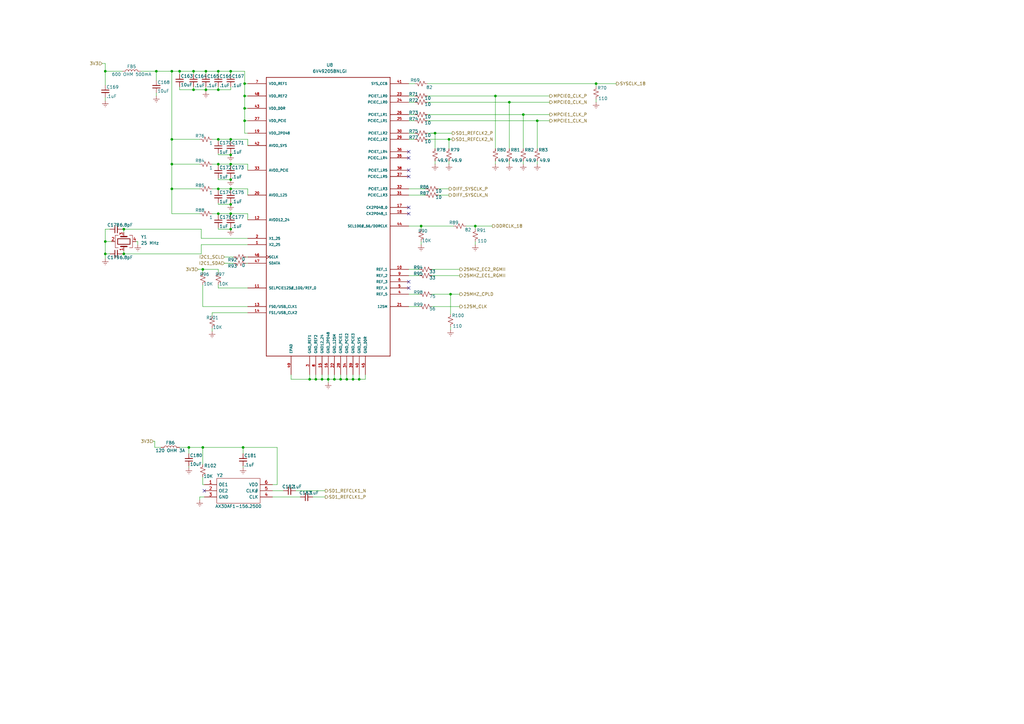
<source format=kicad_sch>
(kicad_sch (version 20200828) (generator eeschema)
  (page 4 11)
  (paper "A3")
  (lib_symbols
    (symbol "6V49205BNLGI:6V49205BNLGI" (pin_names (offset 1.016))
      (property "Reference" "U" (at -25.4254 59.1312 0))
      (property "Value" "6V49205BNLGI" (at -1.27 59.0804 0))
      (symbol "6V49205BNLGI_0_0"
        (polyline (pts (xy -25.4 58.42) (xy 25.4 58.42)) (stroke (width 0.254)))
        (polyline (pts (xy 25.4 58.42) (xy 25.4 -55.88)) (stroke (width 0.254)))
        (polyline (pts (xy 25.4 -55.88) (xy -25.4 -55.88)) (stroke (width 0.254)))
        (polyline (pts (xy -25.4 -55.88) (xy -25.4 58.42)) (stroke (width 0.254)))
        (pin output line (at -33.02 -10.16 0) (length 7.62) (name "X2_25") (number "1"))
        (pin input line (at -33.02 -7.62 0) (length 7.62) (name "X1_25") (number "2"))
        (pin power_in line (at -7.62 -63.5 90) (length 7.62) (name "GND_REF1") (number "3"))
        (pin output line (at 33.02 -30.48 180) (length 7.62) (name "REF_5") (number "4"))
        (pin output line (at 33.02 -27.94 180) (length 7.62) (name "REF_4") (number "5"))
        (pin output line (at 33.02 -25.4 180) (length 7.62) (name "REF_3") (number "6"))
        (pin power_in line (at -33.02 55.88 0) (length 7.62) (name "VDD_REF1") (number "7"))
        (pin power_in line (at -5.08 -63.5 90) (length 7.62) (name "GND_REF2") (number "8"))
        (pin output line (at 33.02 -22.86 180) (length 7.62) (name "REF_2") (number "9"))
        (pin output line (at 33.02 -20.32 180) (length 7.62) (name "REF_1") (number "10"))
        (pin bidirectional line (at -33.02 -27.94 0) (length 7.62) (name "SELPCIE125#_100/REF_0") (number "11"))
        (pin power_in line (at -33.02 0 0) (length 7.62) (name "AVDD12_24") (number "12"))
        (pin bidirectional line (at -33.02 -35.56 0) (length 7.62) (name "FS0/USB_CLK1") (number "13"))
        (pin bidirectional line (at -33.02 -38.1 0) (length 7.62) (name "FS1/USB_CLK2") (number "14"))
        (pin power_in line (at -2.54 -63.5 90) (length 7.62) (name "GND12_24") (number "15"))
        (pin power_in line (at 0 -63.5 90) (length 7.62) (name "GND_2P048") (number "16"))
        (pin output line (at 33.02 5.08 180) (length 7.62) (name "CK2P048_0") (number "17"))
        (pin output line (at 33.02 2.54 180) (length 7.62) (name "CK2P048_1") (number "18"))
        (pin power_in line (at -33.02 35.56 0) (length 7.62) (name "VDD_2P048") (number "19"))
        (pin power_in line (at -33.02 10.16 0) (length 7.62) (name "AVDD_125") (number "20"))
        (pin output line (at 33.02 -35.56 180) (length 7.62) (name "125M") (number "21"))
        (pin power_in line (at 2.54 -63.5 90) (length 7.62) (name "GND_125M") (number "22"))
        (pin output line (at 33.02 50.8 180) (length 7.62) (name "PCIET_LR0") (number "23"))
        (pin output line (at 33.02 48.26 180) (length 7.62) (name "PCIEC_LR0") (number "24"))
        (pin output line (at 33.02 40.64 180) (length 7.62) (name "PCIEC_LR1") (number "25"))
        (pin output line (at 33.02 43.18 180) (length 7.62) (name "PCIET_LR1") (number "26"))
        (pin power_in line (at -33.02 40.64 0) (length 7.62) (name "VDD_PCIE") (number "27"))
        (pin power_in line (at 5.08 -63.5 90) (length 7.62) (name "GND_PCIE1") (number "28"))
        (pin output line (at 33.02 33.02 180) (length 7.62) (name "PCIEC_LR2") (number "29"))
        (pin output line (at 33.02 35.56 180) (length 7.62) (name "PCIET_LR2") (number "30"))
        (pin output line (at 33.02 10.16 180) (length 7.62) (name "PCIEC_LR3") (number "31"))
        (pin output line (at 33.02 12.7 180) (length 7.62) (name "PCIET_LR3") (number "32"))
        (pin power_in line (at -33.02 20.32 0) (length 7.62) (name "AVDD_PCIE") (number "33"))
        (pin power_in line (at 7.62 -63.5 90) (length 7.62) (name "GND_PCIE2") (number "34"))
        (pin output line (at 33.02 25.4 180) (length 7.62) (name "PCIEC_LR4") (number "35"))
        (pin output line (at 33.02 27.94 180) (length 7.62) (name "PCIET_LR4") (number "36"))
        (pin output line (at 33.02 17.78 180) (length 7.62) (name "PCIEC_LR5") (number "37"))
        (pin output line (at 33.02 20.32 180) (length 7.62) (name "PCIET_LR5") (number "38"))
        (pin power_in line (at 10.16 -63.5 90) (length 7.62) (name "GND_PCIE3") (number "39"))
        (pin power_in line (at 12.7 -63.5 90) (length 7.62) (name "GND_SYS") (number "40"))
        (pin output line (at 33.02 55.88 180) (length 7.62) (name "SYS_CCB") (number "41"))
        (pin power_in line (at -33.02 30.48 0) (length 7.62) (name "AVDD_SYS") (number "42"))
        (pin power_in line (at -33.02 45.72 0) (length 7.62) (name "VDD_DDR") (number "43"))
        (pin bidirectional line (at 33.02 -2.54 180) (length 7.62) (name "SEL100#_66/DDRCLK") (number "44"))
        (pin power_in line (at 15.24 -63.5 90) (length 7.62) (name "GND_DDR") (number "45"))
        (pin input clock (at -33.02 -15.24 0) (length 7.62) (name "SCLK") (number "46"))
        (pin bidirectional line (at -33.02 -17.78 0) (length 7.62) (name "SDATA") (number "47"))
        (pin power_in line (at -33.02 50.8 0) (length 7.62) (name "VDD_REF2") (number "48"))
        (pin passive line (at -15.24 -63.5 90) (length 7.62) (name "EPAD") (number "49"))
      )
    )
    (symbol "AP2100-rescue:GND-Scott" (power) (pin_names (offset 0))
      (property "Value" "GND-Scott" (at 0 -3.81 0))
      (symbol "GND-Scott_1_1"
        (polyline (pts (xy -0.635 -1.905) (xy 0.635 -1.905)))
        (polyline (pts (xy -0.127 -2.54) (xy 0.127 -2.54)))
        (polyline (pts (xy 0 -1.27) (xy 0 0)))
        (polyline (pts (xy 1.27 -1.27) (xy -1.27 -1.27)))
        (pin power_in line (at 0 0 270) (length 0) hide (name "GND") (number "1"))
      )
    )
    (symbol "AX3DCF1-156.2500:AX3DCF1-156.2500" (pin_names (offset 0.762))
      (property "Reference" "Y" (at 24.13 7.62 0))
      (property "Value" "AX3DCF1-156.2500" (at 24.13 5.08 0))
      (symbol "AX3DCF1-156.2500_0_1"
        (polyline (pts (xy 5.08 2.54) (xy 22.86 2.54) (xy 22.86 -7.62) (xy 5.08 -7.62) (xy 5.08 2.54)) (stroke (width 0.1524)))
      )
      (symbol "AX3DCF1-156.2500_0_0"
        (pin input line (at 0 0 0) (length 5.08) (name "OE1") (number "1"))
        (pin input line (at 0 -2.54 0) (length 5.08) (name "OE2") (number "2"))
        (pin power_in line (at 0 -5.08 0) (length 5.08) (name "GND") (number "3"))
        (pin output line (at 27.94 -5.08 180) (length 5.08) (name "CLK") (number "4"))
        (pin output line (at 27.94 -2.54 180) (length 5.08) (name "CLK#") (number "5"))
        (pin power_in line (at 27.94 0 180) (length 5.08) (name "VDD") (number "6"))
      )
    )
    (symbol "Device:C_Small" (pin_numbers hide) (pin_names (offset 0.254) hide)
      (property "Reference" "C" (at 0.254 1.778 0))
      (property "Value" "C_Small" (at 0.254 -2.032 0))
      (symbol "C_Small_0_1"
        (polyline (pts (xy -1.524 -0.508) (xy 1.524 -0.508)) (stroke (width 0.3302)))
        (polyline (pts (xy -1.524 0.508) (xy 1.524 0.508)) (stroke (width 0.3048)))
      )
      (symbol "C_Small_1_1"
        (pin passive line (at 0 2.54 270) (length 2.032) (name "~") (number "1"))
        (pin passive line (at 0 -2.54 90) (length 2.032) (name "~") (number "2"))
      )
    )
    (symbol "Device:Crystal_GND24" (pin_names (offset 1.016) hide)
      (property "Reference" "Y" (at 3.175 5.08 0))
      (property "Value" "Crystal_GND24" (at 3.175 3.175 0))
      (symbol "Crystal_GND24_0_1"
        (rectangle (start -1.143 2.54) (end 1.143 -2.54) (stroke (width 0.3048)))
        (polyline (pts (xy -2.54 0) (xy -2.032 0)))
        (polyline (pts (xy -2.032 -1.27) (xy -2.032 1.27)) (stroke (width 0.508)))
        (polyline (pts (xy 0 -3.81) (xy 0 -3.556)))
        (polyline (pts (xy 0 3.556) (xy 0 3.81)))
        (polyline (pts (xy 2.032 -1.27) (xy 2.032 1.27)) (stroke (width 0.508)))
        (polyline (pts (xy 2.032 0) (xy 2.54 0)))
        (polyline (pts (xy -2.54 -2.286) (xy -2.54 -3.556) (xy 2.54 -3.556) (xy 2.54 -2.286)))
        (polyline (pts (xy -2.54 2.286) (xy -2.54 3.556) (xy 2.54 3.556) (xy 2.54 2.286)))
      )
      (symbol "Crystal_GND24_1_1"
        (pin passive line (at -3.81 0 0) (length 1.27) (name "1") (number "1"))
        (pin passive line (at 0 5.08 270) (length 1.27) (name "2") (number "2"))
        (pin passive line (at 3.81 0 180) (length 1.27) (name "3") (number "3"))
        (pin passive line (at 0 -5.08 90) (length 1.27) (name "4") (number "4"))
      )
    )
    (symbol "Device:L" (pin_numbers hide) (pin_names hide)
      (property "Reference" "L" (at -1.27 0 90))
      (property "Value" "L" (at 1.905 0 90))
      (symbol "L_0_1"
        (arc (start 0 -2.54) (end 0 -1.27) (radius (at 0 -1.905) (length 0.635) (angles -89.9 89.9)))
        (arc (start 0 -1.27) (end 0 0) (radius (at 0 -0.635) (length 0.635) (angles -89.9 89.9)))
        (arc (start 0 0) (end 0 1.27) (radius (at 0 0.635) (length 0.635) (angles -89.9 89.9)))
        (arc (start 0 1.27) (end 0 2.54) (radius (at 0 1.905) (length 0.635) (angles -89.9 89.9)))
      )
      (symbol "L_1_1"
        (pin passive line (at 0 3.81 270) (length 1.27) (name "1") (number "1"))
        (pin passive line (at 0 -3.81 90) (length 1.27) (name "2") (number "2"))
      )
    )
    (symbol "Device:R_Small_US" (pin_numbers hide) (pin_names (offset 0.254) hide)
      (property "Reference" "R" (at 0.762 0.508 0))
      (property "Value" "R_Small_US" (at 0.762 -1.016 0))
      (symbol "R_Small_US_1_1"
        (polyline (pts (xy 0 0) (xy 1.016 -0.381) (xy 0 -0.762) (xy -1.016 -1.143) (xy 0 -1.524)))
        (polyline (pts (xy 0 1.524) (xy 1.016 1.143) (xy 0 0.762) (xy -1.016 0.381) (xy 0 0)))
        (pin passive line (at 0 2.54 270) (length 1.016) (name "~") (number "1"))
        (pin passive line (at 0 -2.54 90) (length 1.016) (name "~") (number "2"))
      )
    )
  )
  (junction (at 43.18 29.21) (diameter 0.9144))
  (junction (at 43.18 99.06) (diameter 0.9144))
  (junction (at 43.18 104.14) (diameter 0.9144))
  (junction (at 50.8 93.98) (diameter 0.9144))
  (junction (at 50.8 104.14) (diameter 0.9144))
  (junction (at 64.135 29.21) (diameter 0.9144))
  (junction (at 70.485 29.21) (diameter 0.9144))
  (junction (at 70.485 57.15) (diameter 0.9144))
  (junction (at 70.485 67.31) (diameter 0.9144))
  (junction (at 70.485 77.47) (diameter 0.9144))
  (junction (at 73.66 29.21) (diameter 0.9144))
  (junction (at 77.47 183.515) (diameter 0.9144))
  (junction (at 79.375 29.21) (diameter 0.9144))
  (junction (at 79.375 36.83) (diameter 0.9144))
  (junction (at 83.185 110.49) (diameter 0.9144))
  (junction (at 83.185 183.515) (diameter 0.9144))
  (junction (at 84.455 29.21) (diameter 0.9144))
  (junction (at 84.455 36.83) (diameter 0.9144))
  (junction (at 89.535 29.21) (diameter 0.9144))
  (junction (at 89.535 36.83) (diameter 0.9144))
  (junction (at 89.535 57.15) (diameter 0.9144))
  (junction (at 89.535 67.31) (diameter 0.9144))
  (junction (at 89.535 77.47) (diameter 0.9144))
  (junction (at 89.535 87.63) (diameter 0.9144))
  (junction (at 94.615 29.21) (diameter 0.9144))
  (junction (at 94.615 57.15) (diameter 0.9144))
  (junction (at 94.615 63.5) (diameter 0.9144))
  (junction (at 94.615 67.31) (diameter 0.9144))
  (junction (at 94.615 73.66) (diameter 0.9144))
  (junction (at 94.615 77.47) (diameter 0.9144))
  (junction (at 94.615 83.82) (diameter 0.9144))
  (junction (at 94.615 87.63) (diameter 0.9144))
  (junction (at 94.615 93.98) (diameter 0.9144))
  (junction (at 99.695 183.515) (diameter 0.9144))
  (junction (at 100.33 34.29) (diameter 0.9144))
  (junction (at 100.33 39.37) (diameter 0.9144))
  (junction (at 100.33 44.45) (diameter 0.9144))
  (junction (at 100.33 49.53) (diameter 0.9144))
  (junction (at 127 155.575) (diameter 0.9144))
  (junction (at 129.54 155.575) (diameter 0.9144))
  (junction (at 132.08 155.575) (diameter 0.9144))
  (junction (at 134.62 155.575) (diameter 0.9144))
  (junction (at 137.16 155.575) (diameter 0.9144))
  (junction (at 139.7 155.575) (diameter 0.9144))
  (junction (at 142.24 155.575) (diameter 0.9144))
  (junction (at 144.78 155.575) (diameter 0.9144))
  (junction (at 147.32 155.575) (diameter 0.9144))
  (junction (at 172.72 92.71) (diameter 0.9144))
  (junction (at 178.435 54.61) (diameter 0.9144))
  (junction (at 184.15 57.15) (diameter 0.9144))
  (junction (at 184.785 120.65) (diameter 0.9144))
  (junction (at 194.945 92.71) (diameter 0.9144))
  (junction (at 203.2 39.37) (diameter 0.9144))
  (junction (at 208.915 41.91) (diameter 0.9144))
  (junction (at 214.63 46.99) (diameter 0.9144))
  (junction (at 220.345 49.53) (diameter 0.9144))
  (junction (at 244.475 34.29) (diameter 0.9144))
  (no_connect (at 167.64 72.39))
  (no_connect (at 167.64 87.63))
  (no_connect (at 167.64 85.09))
  (no_connect (at 167.64 69.85))
  (no_connect (at 83.82 201.295))
  (no_connect (at 167.64 64.77))
  (no_connect (at 167.64 62.23))
  (no_connect (at 167.64 118.11))
  (no_connect (at 167.64 115.57))
  (wire (pts (xy 41.91 26.035) (xy 43.18 26.035)))
  (wire (pts (xy 43.18 26.035) (xy 43.18 29.21)))
  (wire (pts (xy 43.18 29.21) (xy 43.18 34.925)))
  (wire (pts (xy 43.18 40.005) (xy 43.18 41.275)))
  (wire (pts (xy 43.18 93.98) (xy 43.18 99.06)))
  (wire (pts (xy 43.18 99.06) (xy 43.18 104.14)))
  (wire (pts (xy 43.18 99.06) (xy 45.72 99.06)))
  (wire (pts (xy 43.18 104.14) (xy 43.18 106.045)))
  (wire (pts (xy 43.18 104.14) (xy 45.085 104.14)))
  (wire (pts (xy 45.085 93.98) (xy 43.18 93.98)))
  (wire (pts (xy 50.165 29.21) (xy 43.18 29.21)))
  (wire (pts (xy 50.165 93.98) (xy 50.8 93.98)))
  (wire (pts (xy 50.165 104.14) (xy 50.8 104.14)))
  (wire (pts (xy 50.8 93.98) (xy 82.55 93.98)))
  (wire (pts (xy 50.8 95.25) (xy 50.8 93.98)))
  (wire (pts (xy 50.8 104.14) (xy 50.8 102.87)))
  (wire (pts (xy 56.515 99.06) (xy 55.88 99.06)))
  (wire (pts (xy 56.515 100.33) (xy 56.515 99.06)))
  (wire (pts (xy 57.785 29.21) (xy 64.135 29.21)))
  (wire (pts (xy 62.865 180.975) (xy 63.5 180.975)))
  (wire (pts (xy 63.5 180.975) (xy 63.5 183.515)))
  (wire (pts (xy 64.135 29.21) (xy 64.135 33.02)))
  (wire (pts (xy 64.135 38.1) (xy 64.135 39.37)))
  (wire (pts (xy 66.04 183.515) (xy 63.5 183.515)))
  (wire (pts (xy 70.485 29.21) (xy 64.135 29.21)))
  (wire (pts (xy 70.485 57.15) (xy 70.485 29.21)))
  (wire (pts (xy 70.485 57.15) (xy 81.915 57.15)))
  (wire (pts (xy 70.485 67.31) (xy 70.485 57.15)))
  (wire (pts (xy 70.485 67.31) (xy 81.915 67.31)))
  (wire (pts (xy 70.485 77.47) (xy 70.485 67.31)))
  (wire (pts (xy 70.485 77.47) (xy 81.915 77.47)))
  (wire (pts (xy 70.485 87.63) (xy 70.485 77.47)))
  (wire (pts (xy 73.66 29.21) (xy 70.485 29.21)))
  (wire (pts (xy 73.66 29.21) (xy 79.375 29.21)))
  (wire (pts (xy 73.66 30.48) (xy 73.66 29.21)))
  (wire (pts (xy 73.66 35.56) (xy 73.66 36.83)))
  (wire (pts (xy 73.66 36.83) (xy 79.375 36.83)))
  (wire (pts (xy 77.47 183.515) (xy 73.66 183.515)))
  (wire (pts (xy 77.47 183.515) (xy 77.47 186.055)))
  (wire (pts (xy 77.47 191.135) (xy 77.47 191.77)))
  (wire (pts (xy 79.375 29.21) (xy 79.375 30.48)))
  (wire (pts (xy 79.375 29.21) (xy 84.455 29.21)))
  (wire (pts (xy 79.375 35.56) (xy 79.375 36.83)))
  (wire (pts (xy 79.375 36.83) (xy 84.455 36.83)))
  (wire (pts (xy 81.28 110.49) (xy 83.185 110.49)))
  (wire (pts (xy 81.915 87.63) (xy 70.485 87.63)))
  (wire (pts (xy 81.915 203.835) (xy 81.915 205.105)))
  (wire (pts (xy 82.55 93.98) (xy 82.55 97.79)))
  (wire (pts (xy 82.55 97.79) (xy 101.6 97.79)))
  (wire (pts (xy 82.55 100.33) (xy 82.55 104.14)))
  (wire (pts (xy 82.55 104.14) (xy 50.8 104.14)))
  (wire (pts (xy 83.185 110.49) (xy 83.185 111.76)))
  (wire (pts (xy 83.185 110.49) (xy 89.535 110.49)))
  (wire (pts (xy 83.185 116.84) (xy 83.185 125.73)))
  (wire (pts (xy 83.185 125.73) (xy 101.6 125.73)))
  (wire (pts (xy 83.185 183.515) (xy 77.47 183.515)))
  (wire (pts (xy 83.185 183.515) (xy 83.185 190.5)))
  (wire (pts (xy 83.185 195.58) (xy 83.185 198.755)))
  (wire (pts (xy 83.185 198.755) (xy 83.82 198.755)))
  (wire (pts (xy 83.82 203.835) (xy 81.915 203.835)))
  (wire (pts (xy 84.455 29.21) (xy 84.455 30.48)))
  (wire (pts (xy 84.455 29.21) (xy 89.535 29.21)))
  (wire (pts (xy 84.455 35.56) (xy 84.455 36.83)))
  (wire (pts (xy 84.455 36.83) (xy 84.455 37.465)))
  (wire (pts (xy 86.995 128.27) (xy 86.995 129.54)))
  (wire (pts (xy 86.995 134.62) (xy 86.995 135.89)))
  (wire (pts (xy 89.535 29.21) (xy 89.535 30.48)))
  (wire (pts (xy 89.535 29.21) (xy 94.615 29.21)))
  (wire (pts (xy 89.535 35.56) (xy 89.535 36.83)))
  (wire (pts (xy 89.535 36.83) (xy 84.455 36.83)))
  (wire (pts (xy 89.535 36.83) (xy 94.615 36.83)))
  (wire (pts (xy 89.535 57.15) (xy 86.995 57.15)))
  (wire (pts (xy 89.535 57.15) (xy 89.535 57.785)))
  (wire (pts (xy 89.535 62.865) (xy 89.535 63.5)))
  (wire (pts (xy 89.535 63.5) (xy 94.615 63.5)))
  (wire (pts (xy 89.535 67.31) (xy 86.995 67.31)))
  (wire (pts (xy 89.535 67.31) (xy 89.535 67.945)))
  (wire (pts (xy 89.535 73.025) (xy 89.535 73.66)))
  (wire (pts (xy 89.535 73.66) (xy 94.615 73.66)))
  (wire (pts (xy 89.535 77.47) (xy 86.995 77.47)))
  (wire (pts (xy 89.535 77.47) (xy 89.535 78.105)))
  (wire (pts (xy 89.535 83.185) (xy 89.535 83.82)))
  (wire (pts (xy 89.535 83.82) (xy 94.615 83.82)))
  (wire (pts (xy 89.535 87.63) (xy 86.995 87.63)))
  (wire (pts (xy 89.535 87.63) (xy 89.535 88.265)))
  (wire (pts (xy 89.535 93.345) (xy 89.535 93.98)))
  (wire (pts (xy 89.535 93.98) (xy 94.615 93.98)))
  (wire (pts (xy 89.535 111.76) (xy 89.535 110.49)))
  (wire (pts (xy 89.535 118.11) (xy 89.535 116.84)))
  (wire (pts (xy 92.075 105.41) (xy 95.885 105.41)))
  (wire (pts (xy 92.075 107.95) (xy 95.885 107.95)))
  (wire (pts (xy 94.615 29.21) (xy 94.615 30.48)))
  (wire (pts (xy 94.615 29.21) (xy 100.33 29.21)))
  (wire (pts (xy 94.615 36.83) (xy 94.615 35.56)))
  (wire (pts (xy 94.615 57.15) (xy 89.535 57.15)))
  (wire (pts (xy 94.615 57.15) (xy 94.615 57.785)))
  (wire (pts (xy 94.615 62.865) (xy 94.615 63.5)))
  (wire (pts (xy 94.615 67.31) (xy 89.535 67.31)))
  (wire (pts (xy 94.615 67.31) (xy 94.615 67.945)))
  (wire (pts (xy 94.615 73.025) (xy 94.615 73.66)))
  (wire (pts (xy 94.615 77.47) (xy 89.535 77.47)))
  (wire (pts (xy 94.615 77.47) (xy 94.615 78.105)))
  (wire (pts (xy 94.615 83.185) (xy 94.615 83.82)))
  (wire (pts (xy 94.615 87.63) (xy 89.535 87.63)))
  (wire (pts (xy 94.615 87.63) (xy 94.615 88.265)))
  (wire (pts (xy 94.615 93.345) (xy 94.615 93.98)))
  (wire (pts (xy 99.695 183.515) (xy 83.185 183.515)))
  (wire (pts (xy 99.695 183.515) (xy 99.695 186.055)))
  (wire (pts (xy 99.695 191.135) (xy 99.695 191.77)))
  (wire (pts (xy 100.33 29.21) (xy 100.33 34.29)))
  (wire (pts (xy 100.33 34.29) (xy 100.33 39.37)))
  (wire (pts (xy 100.33 34.29) (xy 101.6 34.29)))
  (wire (pts (xy 100.33 39.37) (xy 100.33 44.45)))
  (wire (pts (xy 100.33 39.37) (xy 101.6 39.37)))
  (wire (pts (xy 100.33 44.45) (xy 100.33 49.53)))
  (wire (pts (xy 100.33 44.45) (xy 101.6 44.45)))
  (wire (pts (xy 100.33 49.53) (xy 100.33 54.61)))
  (wire (pts (xy 100.33 49.53) (xy 101.6 49.53)))
  (wire (pts (xy 100.33 54.61) (xy 101.6 54.61)))
  (wire (pts (xy 100.965 105.41) (xy 101.6 105.41)))
  (wire (pts (xy 100.965 107.95) (xy 101.6 107.95)))
  (wire (pts (xy 101.6 57.15) (xy 94.615 57.15)))
  (wire (pts (xy 101.6 57.15) (xy 101.6 59.69)))
  (wire (pts (xy 101.6 67.31) (xy 94.615 67.31)))
  (wire (pts (xy 101.6 67.31) (xy 101.6 69.85)))
  (wire (pts (xy 101.6 77.47) (xy 94.615 77.47)))
  (wire (pts (xy 101.6 77.47) (xy 101.6 80.01)))
  (wire (pts (xy 101.6 87.63) (xy 94.615 87.63)))
  (wire (pts (xy 101.6 87.63) (xy 101.6 90.17)))
  (wire (pts (xy 101.6 100.33) (xy 82.55 100.33)))
  (wire (pts (xy 101.6 118.11) (xy 89.535 118.11)))
  (wire (pts (xy 101.6 128.27) (xy 86.995 128.27)))
  (wire (pts (xy 111.76 198.755) (xy 113.665 198.755)))
  (wire (pts (xy 111.76 201.295) (xy 116.205 201.295)))
  (wire (pts (xy 111.76 203.835) (xy 123.19 203.835)))
  (wire (pts (xy 113.665 183.515) (xy 99.695 183.515)))
  (wire (pts (xy 113.665 198.755) (xy 113.665 183.515)))
  (wire (pts (xy 119.38 153.67) (xy 119.38 155.575)))
  (wire (pts (xy 119.38 155.575) (xy 127 155.575)))
  (wire (pts (xy 121.285 201.295) (xy 133.35 201.295)))
  (wire (pts (xy 127 153.67) (xy 127 155.575)))
  (wire (pts (xy 127 155.575) (xy 129.54 155.575)))
  (wire (pts (xy 128.27 203.835) (xy 133.35 203.835)))
  (wire (pts (xy 129.54 153.67) (xy 129.54 155.575)))
  (wire (pts (xy 129.54 155.575) (xy 132.08 155.575)))
  (wire (pts (xy 132.08 153.67) (xy 132.08 155.575)))
  (wire (pts (xy 132.08 155.575) (xy 134.62 155.575)))
  (wire (pts (xy 134.62 153.67) (xy 134.62 155.575)))
  (wire (pts (xy 134.62 155.575) (xy 134.62 156.845)))
  (wire (pts (xy 134.62 155.575) (xy 137.16 155.575)))
  (wire (pts (xy 137.16 153.67) (xy 137.16 155.575)))
  (wire (pts (xy 137.16 155.575) (xy 139.7 155.575)))
  (wire (pts (xy 139.7 153.67) (xy 139.7 155.575)))
  (wire (pts (xy 139.7 155.575) (xy 142.24 155.575)))
  (wire (pts (xy 142.24 153.67) (xy 142.24 155.575)))
  (wire (pts (xy 142.24 155.575) (xy 144.78 155.575)))
  (wire (pts (xy 144.78 153.67) (xy 144.78 155.575)))
  (wire (pts (xy 144.78 155.575) (xy 147.32 155.575)))
  (wire (pts (xy 147.32 153.67) (xy 147.32 155.575)))
  (wire (pts (xy 147.32 155.575) (xy 149.86 155.575)))
  (wire (pts (xy 149.86 155.575) (xy 149.86 153.67)))
  (wire (pts (xy 167.64 34.29) (xy 170.18 34.29)))
  (wire (pts (xy 167.64 39.37) (xy 170.18 39.37)))
  (wire (pts (xy 167.64 41.91) (xy 170.18 41.91)))
  (wire (pts (xy 167.64 46.99) (xy 170.18 46.99)))
  (wire (pts (xy 167.64 49.53) (xy 170.18 49.53)))
  (wire (pts (xy 167.64 54.61) (xy 170.18 54.61)))
  (wire (pts (xy 167.64 57.15) (xy 170.18 57.15)))
  (wire (pts (xy 167.64 77.47) (xy 174.625 77.47)))
  (wire (pts (xy 167.64 80.01) (xy 174.625 80.01)))
  (wire (pts (xy 167.64 92.71) (xy 172.72 92.71)))
  (wire (pts (xy 167.64 110.49) (xy 172.085 110.49)))
  (wire (pts (xy 167.64 113.03) (xy 172.085 113.03)))
  (wire (pts (xy 167.64 120.65) (xy 172.085 120.65)))
  (wire (pts (xy 167.64 125.73) (xy 172.085 125.73)))
  (wire (pts (xy 172.72 92.71) (xy 172.72 93.98)))
  (wire (pts (xy 172.72 92.71) (xy 186.055 92.71)))
  (wire (pts (xy 172.72 99.06) (xy 172.72 100.33)))
  (wire (pts (xy 175.26 34.29) (xy 244.475 34.29)))
  (wire (pts (xy 175.26 39.37) (xy 203.2 39.37)))
  (wire (pts (xy 175.26 41.91) (xy 208.915 41.91)))
  (wire (pts (xy 175.26 46.99) (xy 214.63 46.99)))
  (wire (pts (xy 175.26 49.53) (xy 220.345 49.53)))
  (wire (pts (xy 175.26 57.15) (xy 184.15 57.15)))
  (wire (pts (xy 176.53 54.61) (xy 178.435 54.61)))
  (wire (pts (xy 177.165 110.49) (xy 188.595 110.49)))
  (wire (pts (xy 177.165 113.03) (xy 188.595 113.03)))
  (wire (pts (xy 177.165 120.65) (xy 184.785 120.65)))
  (wire (pts (xy 177.165 125.73) (xy 188.595 125.73)))
  (wire (pts (xy 178.435 54.61) (xy 175.26 54.61)))
  (wire (pts (xy 178.435 54.61) (xy 178.435 60.96)))
  (wire (pts (xy 178.435 54.61) (xy 185.42 54.61)))
  (wire (pts (xy 178.435 66.04) (xy 178.435 67.31)))
  (wire (pts (xy 179.705 77.47) (xy 184.15 77.47)))
  (wire (pts (xy 179.705 80.01) (xy 184.15 80.01)))
  (wire (pts (xy 184.15 57.15) (xy 184.15 60.96)))
  (wire (pts (xy 184.15 57.15) (xy 185.42 57.15)))
  (wire (pts (xy 184.15 66.04) (xy 184.15 67.31)))
  (wire (pts (xy 184.785 120.65) (xy 184.785 128.905)))
  (wire (pts (xy 184.785 120.65) (xy 188.595 120.65)))
  (wire (pts (xy 184.785 133.985) (xy 184.785 135.255)))
  (wire (pts (xy 191.135 92.71) (xy 194.945 92.71)))
  (wire (pts (xy 194.945 92.71) (xy 194.945 93.98)))
  (wire (pts (xy 194.945 92.71) (xy 201.93 92.71)))
  (wire (pts (xy 194.945 99.06) (xy 194.945 100.33)))
  (wire (pts (xy 203.2 39.37) (xy 203.2 60.96)))
  (wire (pts (xy 203.2 39.37) (xy 225.425 39.37)))
  (wire (pts (xy 203.2 66.04) (xy 203.2 67.31)))
  (wire (pts (xy 208.915 41.91) (xy 208.915 60.96)))
  (wire (pts (xy 208.915 41.91) (xy 225.425 41.91)))
  (wire (pts (xy 208.915 66.04) (xy 208.915 67.31)))
  (wire (pts (xy 214.63 46.99) (xy 214.63 60.96)))
  (wire (pts (xy 214.63 46.99) (xy 225.425 46.99)))
  (wire (pts (xy 214.63 66.04) (xy 214.63 67.31)))
  (wire (pts (xy 220.345 49.53) (xy 220.345 60.96)))
  (wire (pts (xy 220.345 49.53) (xy 225.425 49.53)))
  (wire (pts (xy 220.345 66.04) (xy 220.345 67.31)))
  (wire (pts (xy 244.475 34.29) (xy 244.475 35.56)))
  (wire (pts (xy 244.475 34.29) (xy 252.73 34.29)))
  (wire (pts (xy 244.475 40.64) (xy 244.475 41.91)))
  (hierarchical_label "3V3" (shape input) (at 41.91 26.035 180))
  (hierarchical_label "3V3" (shape input) (at 62.865 180.975 180))
  (hierarchical_label "3V3" (shape input) (at 81.28 110.49 180))
  (hierarchical_label "I2C1_SCL" (shape input) (at 92.075 105.41 180))
  (hierarchical_label "I2C1_SDA" (shape input) (at 92.075 107.95 180))
  (hierarchical_label "SD1_REFCLK1_N" (shape output) (at 133.35 201.295 0))
  (hierarchical_label "SD1_REFCLK1_P" (shape output) (at 133.35 203.835 0))
  (hierarchical_label "DIFF_SYSCLK_P" (shape output) (at 184.15 77.47 0))
  (hierarchical_label "DIFF_SYSCLK_N" (shape output) (at 184.15 80.01 0))
  (hierarchical_label "SD1_REFCLK2_P" (shape output) (at 185.42 54.61 0))
  (hierarchical_label "SD1_REFCLK2_N" (shape output) (at 185.42 57.15 0))
  (hierarchical_label "25MHZ_EC2_RGMII" (shape output) (at 188.595 110.49 0))
  (hierarchical_label "25MHZ_EC1_RGMII" (shape output) (at 188.595 113.03 0))
  (hierarchical_label "25MHZ_CPLD" (shape output) (at 188.595 120.65 0))
  (hierarchical_label "125M_CLK" (shape output) (at 188.595 125.73 0))
  (hierarchical_label "DDRCLK_18" (shape output) (at 201.93 92.71 0))
  (hierarchical_label "MPCIE0_CLK_P" (shape output) (at 225.425 39.37 0))
  (hierarchical_label "MPCIE0_CLK_N" (shape output) (at 225.425 41.91 0))
  (hierarchical_label "MPCIE1_CLK_P" (shape output) (at 225.425 46.99 0))
  (hierarchical_label "MPCIE1_CLK_N" (shape output) (at 225.425 49.53 0))
  (hierarchical_label "SYSCLK_18" (shape output) (at 252.73 34.29 0))
  (symbol (lib_id "Device:L") (at 53.975 29.21 270) (mirror x) (unit 1)
    (property "Reference" "FB5" (at 53.975 27.305 90))
    (property "Value" "600 OHM 500mA" (at 53.975 30.48 90))
    (property "Footprint" "Inductor_SMD:L_0603_1608Metric" (effects hide))
    (property "Datasheet" "https://www.mouser.com/datasheet/2/281/c31e-794748.pdf" (effects hide))
    (property "PartsBoxID" "0603-600R-500mA" (effects hide))
  )
  (symbol (lib_id "Device:L") (at 69.85 183.515 90) (unit 1)
    (property "Reference" "FB6" (at 69.85 181.61 90))
    (property "Value" "120 OHM 3A" (at 69.85 184.785 90))
    (property "Footprint" "Inductor_SMD:L_0603_1608Metric" (effects hide))
    (property "PartsBoxID" "0603-120R-3A" (effects hide))
  )
  (symbol (lib_id "AP2100-rescue:GND-Scott") (at 43.18 41.275 0) (unit 1)
    (property "Reference" "#PWR0169" (effects hide))
    (property "Value" "GND" (effects hide))
  )
  (symbol (lib_id "AP2100-rescue:GND-Scott") (at 43.18 106.045 0) (unit 1)
    (property "Reference" "#PWR0170" (effects hide))
    (property "Value" "GND" (effects hide))
  )
  (symbol (lib_id "AP2100-rescue:GND-Scott") (at 56.515 100.33 0) (unit 1)
    (property "Reference" "#PWR0171" (effects hide))
    (property "Value" "GND" (effects hide))
  )
  (symbol (lib_id "AP2100-rescue:GND-Scott") (at 64.135 39.37 0) (unit 1)
    (property "Reference" "#PWR0168" (effects hide))
    (property "Value" "GND" (effects hide))
  )
  (symbol (lib_id "AP2100-rescue:GND-Scott") (at 77.47 191.77 0) (unit 1)
    (property "Reference" "#PWR0173" (effects hide))
    (property "Value" "GND" (effects hide))
  )
  (symbol (lib_id "AP2100-rescue:GND-Scott") (at 81.915 205.105 0) (unit 1)
    (property "Reference" "#PWR0176" (effects hide))
    (property "Value" "GND" (effects hide))
  )
  (symbol (lib_id "AP2100-rescue:GND-Scott") (at 84.455 37.465 0) (unit 1)
    (property "Reference" "#PWR0180" (effects hide))
    (property "Value" "GND" (effects hide))
  )
  (symbol (lib_id "AP2100-rescue:GND-Scott") (at 86.995 135.89 0) (unit 1)
    (property "Reference" "#PWR0172" (effects hide))
    (property "Value" "GND" (effects hide))
  )
  (symbol (lib_id "AP2100-rescue:GND-Scott") (at 94.615 63.5 0) (unit 1)
    (property "Reference" "#PWR0181" (effects hide))
    (property "Value" "GND" (effects hide))
  )
  (symbol (lib_id "AP2100-rescue:GND-Scott") (at 94.615 73.66 0) (unit 1)
    (property "Reference" "#PWR0183" (effects hide))
    (property "Value" "GND" (effects hide))
  )
  (symbol (lib_id "AP2100-rescue:GND-Scott") (at 94.615 83.82 0) (unit 1)
    (property "Reference" "#PWR0182" (effects hide))
    (property "Value" "GND" (effects hide))
  )
  (symbol (lib_id "AP2100-rescue:GND-Scott") (at 94.615 93.98 0) (unit 1)
    (property "Reference" "#PWR0191" (effects hide))
    (property "Value" "GND" (effects hide))
  )
  (symbol (lib_id "AP2100-rescue:GND-Scott") (at 99.695 191.77 0) (unit 1)
    (property "Reference" "#PWR0174" (effects hide))
    (property "Value" "GND" (effects hide))
  )
  (symbol (lib_id "AP2100-rescue:GND-Scott") (at 134.62 156.845 0) (unit 1)
    (property "Reference" "#PWR0175" (effects hide))
    (property "Value" "GND" (effects hide))
  )
  (symbol (lib_id "AP2100-rescue:GND-Scott") (at 172.72 100.33 0) (unit 1)
    (property "Reference" "#PWR0178" (effects hide))
    (property "Value" "GND" (effects hide))
  )
  (symbol (lib_id "AP2100-rescue:GND-Scott") (at 178.435 67.31 0) (unit 1)
    (property "Reference" "#PWR0184" (effects hide))
    (property "Value" "GND" (effects hide))
  )
  (symbol (lib_id "AP2100-rescue:GND-Scott") (at 184.15 67.31 0) (unit 1)
    (property "Reference" "#PWR0185" (effects hide))
    (property "Value" "GND" (effects hide))
  )
  (symbol (lib_id "AP2100-rescue:GND-Scott") (at 184.785 135.255 0) (unit 1)
    (property "Reference" "#PWR0177" (effects hide))
    (property "Value" "GND" (effects hide))
  )
  (symbol (lib_id "AP2100-rescue:GND-Scott") (at 194.945 100.33 0) (unit 1)
    (property "Reference" "#PWR0179" (effects hide))
    (property "Value" "GND" (effects hide))
  )
  (symbol (lib_id "AP2100-rescue:GND-Scott") (at 203.2 67.31 0) (unit 1)
    (property "Reference" "#PWR0187" (effects hide))
    (property "Value" "GND" (effects hide))
  )
  (symbol (lib_id "AP2100-rescue:GND-Scott") (at 208.915 67.31 0) (unit 1)
    (property "Reference" "#PWR0186" (effects hide))
    (property "Value" "GND" (effects hide))
  )
  (symbol (lib_id "AP2100-rescue:GND-Scott") (at 214.63 67.31 0) (unit 1)
    (property "Reference" "#PWR0188" (effects hide))
    (property "Value" "GND" (effects hide))
  )
  (symbol (lib_id "AP2100-rescue:GND-Scott") (at 220.345 67.31 0) (unit 1)
    (property "Reference" "#PWR0189" (effects hide))
    (property "Value" "GND" (effects hide))
  )
  (symbol (lib_id "AP2100-rescue:GND-Scott") (at 244.475 41.91 0) (unit 1)
    (property "Reference" "#PWR0190" (effects hide))
    (property "Value" "GND" (effects hide))
  )
  (symbol (lib_id "Device:R_Small_US") (at 83.185 114.3 0) (mirror y) (unit 1)
    (property "Reference" "R96" (at 85.852 112.522 0) (effects (justify left)))
    (property "Value" "10K" (at 87.376 116.459 0) (effects (justify left)))
    (property "Footprint" "Resistor_SMD:R_0402_1005Metric" (effects hide))
    (property "PartsBoxID" "0402-10K-1%" (effects hide))
  )
  (symbol (lib_id "Device:R_Small_US") (at 83.185 193.04 0) (mirror x) (unit 1)
    (property "Reference" "R102" (at 83.693 191.008 0) (effects (justify left)))
    (property "Value" "10K" (at 83.439 195.326 0) (effects (justify left)))
    (property "Footprint" "Resistor_SMD:R_0402_1005Metric" (effects hide))
    (property "PartsBoxID" "0402-10K-1%" (effects hide))
  )
  (symbol (lib_id "Device:R_Small_US") (at 84.455 57.15 90) (mirror x) (unit 1)
    (property "Reference" "R76" (at 83.947 55.753 90) (effects (justify left)))
    (property "Value" "1" (at 87.249 58.674 90) (effects (justify left)))
    (property "Footprint" "Resistor_SMD:R_0402_1005Metric" (effects hide))
    (property "PartsBoxID" "0402-1-1%" (effects hide))
  )
  (symbol (lib_id "Device:R_Small_US") (at 84.455 67.31 90) (mirror x) (unit 1)
    (property "Reference" "R84" (at 83.947 65.913 90) (effects (justify left)))
    (property "Value" "1" (at 87.249 68.834 90) (effects (justify left)))
    (property "Footprint" "Resistor_SMD:R_0402_1005Metric" (effects hide))
    (property "PartsBoxID" "0402-1-1%" (effects hide))
  )
  (symbol (lib_id "Device:R_Small_US") (at 84.455 77.47 90) (mirror x) (unit 1)
    (property "Reference" "R85" (at 83.947 76.073 90) (effects (justify left)))
    (property "Value" "1" (at 87.249 78.994 90) (effects (justify left)))
    (property "Footprint" "Resistor_SMD:R_0402_1005Metric" (effects hide))
    (property "PartsBoxID" "0402-1-1%" (effects hide))
  )
  (symbol (lib_id "Device:R_Small_US") (at 84.455 87.63 90) (mirror x) (unit 1)
    (property "Reference" "R88" (at 83.947 86.233 90) (effects (justify left)))
    (property "Value" "1" (at 87.249 89.154 90) (effects (justify left)))
    (property "Footprint" "Resistor_SMD:R_0402_1005Metric" (effects hide))
    (property "PartsBoxID" "0402-1-1%" (effects hide))
  )
  (symbol (lib_id "Device:R_Small_US") (at 86.995 132.08 0) (mirror y) (unit 1)
    (property "Reference" "R101" (at 89.662 130.302 0) (effects (justify left)))
    (property "Value" "10K" (at 91.186 134.239 0) (effects (justify left)))
    (property "Footprint" "Resistor_SMD:R_0402_1005Metric" (effects hide))
    (property "PartsBoxID" "0402-10K-1%" (effects hide))
  )
  (symbol (lib_id "Device:R_Small_US") (at 89.535 114.3 0) (mirror y) (unit 1)
    (property "Reference" "R97" (at 92.202 112.522 0) (effects (justify left)))
    (property "Value" "10K" (at 93.726 116.459 0) (effects (justify left)))
    (property "Footprint" "Resistor_SMD:R_0402_1005Metric" (effects hide))
    (property "PartsBoxID" "0402-10K-1%" (effects hide))
  )
  (symbol (lib_id "Device:R_Small_US") (at 98.425 105.41 90) (mirror x) (unit 1)
    (property "Reference" "R92" (at 97.282 106.553 90) (effects (justify left)))
    (property "Value" "0" (at 100.584 106.299 90) (effects (justify left)))
    (property "Footprint" "Resistor_SMD:R_0402_1005Metric" (effects hide))
    (property "PartsBoxID" "0402-0-1%" (effects hide))
  )
  (symbol (lib_id "Device:R_Small_US") (at 98.425 107.95 90) (mirror x) (unit 1)
    (property "Reference" "R93" (at 97.282 109.093 90) (effects (justify left)))
    (property "Value" "0" (at 100.584 108.839 90) (effects (justify left)))
    (property "Footprint" "Resistor_SMD:R_0402_1005Metric" (effects hide))
    (property "PartsBoxID" "0402-0-1%" (effects hide))
  )
  (symbol (lib_id "Device:R_Small_US") (at 172.72 34.29 90) (mirror x) (unit 1)
    (property "Reference" "R69" (at 172.212 32.893 90) (effects (justify left)))
    (property "Value" "82" (at 177.419 35.814 90) (effects (justify left)))
    (property "Footprint" "Resistor_SMD:R_0402_1005Metric" (effects hide))
    (property "PartsBoxID" "0402-82-1%" (effects hide))
  )
  (symbol (lib_id "Device:R_Small_US") (at 172.72 39.37 90) (mirror x) (unit 1)
    (property "Reference" "R71" (at 171.577 38.608 90) (effects (justify left)))
    (property "Value" "10" (at 176.784 40.259 90) (effects (justify left)))
    (property "Footprint" "Resistor_SMD:R_0402_1005Metric" (effects hide))
    (property "PartsBoxID" "0402-10-1%" (effects hide))
  )
  (symbol (lib_id "Device:R_Small_US") (at 172.72 41.91 90) (mirror x) (unit 1)
    (property "Reference" "R72" (at 171.577 41.148 90) (effects (justify left)))
    (property "Value" "10" (at 176.784 42.799 90) (effects (justify left)))
    (property "Footprint" "Resistor_SMD:R_0402_1005Metric" (effects hide))
    (property "PartsBoxID" "0402-10-1%" (effects hide))
  )
  (symbol (lib_id "Device:R_Small_US") (at 172.72 46.99 90) (mirror x) (unit 1)
    (property "Reference" "R73" (at 171.577 46.228 90) (effects (justify left)))
    (property "Value" "10" (at 176.784 47.879 90) (effects (justify left)))
    (property "Footprint" "Resistor_SMD:R_0402_1005Metric" (effects hide))
    (property "PartsBoxID" "0402-10-1%" (effects hide))
  )
  (symbol (lib_id "Device:R_Small_US") (at 172.72 49.53 90) (mirror x) (unit 1)
    (property "Reference" "R74" (at 171.577 48.768 90) (effects (justify left)))
    (property "Value" "10" (at 176.784 50.419 90) (effects (justify left)))
    (property "Footprint" "Resistor_SMD:R_0402_1005Metric" (effects hide))
    (property "PartsBoxID" "0402-10-1%" (effects hide))
  )
  (symbol (lib_id "Device:R_Small_US") (at 172.72 54.61 90) (mirror x) (unit 1)
    (property "Reference" "R75" (at 171.577 53.848 90) (effects (justify left)))
    (property "Value" "10" (at 176.784 55.499 90) (effects (justify left)))
    (property "Footprint" "Resistor_SMD:R_0402_1005Metric" (effects hide))
    (property "PartsBoxID" "0402-10-1%" (effects hide))
  )
  (symbol (lib_id "Device:R_Small_US") (at 172.72 57.15 90) (mirror x) (unit 1)
    (property "Reference" "R77" (at 171.577 56.388 90) (effects (justify left)))
    (property "Value" "10" (at 176.784 58.039 90) (effects (justify left)))
    (property "Footprint" "Resistor_SMD:R_0402_1005Metric" (effects hide))
    (property "PartsBoxID" "0402-10-1%" (effects hide))
  )
  (symbol (lib_id "Device:R_Small_US") (at 172.72 96.52 0) (mirror y) (unit 1)
    (property "Reference" "R90" (at 175.387 94.742 0) (effects (justify left)))
    (property "Value" "10K" (at 176.911 98.679 0) (effects (justify left)))
    (property "Footprint" "Resistor_SMD:R_0402_1005Metric" (effects hide))
    (property "PartsBoxID" "0402-10K-1%" (effects hide))
  )
  (symbol (lib_id "Device:R_Small_US") (at 174.625 110.49 90) (mirror x) (unit 1)
    (property "Reference" "R94" (at 173.482 109.728 90) (effects (justify left)))
    (property "Value" "33" (at 178.689 111.379 90) (effects (justify left)))
    (property "Footprint" "Resistor_SMD:R_0402_1005Metric" (effects hide))
    (property "PartsBoxID" "0402-33-1%" (effects hide))
  )
  (symbol (lib_id "Device:R_Small_US") (at 174.625 113.03 90) (mirror x) (unit 1)
    (property "Reference" "R95" (at 173.482 112.268 90) (effects (justify left)))
    (property "Value" "33" (at 178.689 113.919 90) (effects (justify left)))
    (property "Footprint" "Resistor_SMD:R_0402_1005Metric" (effects hide))
    (property "PartsBoxID" "0402-33-1%" (effects hide))
  )
  (symbol (lib_id "Device:R_Small_US") (at 174.625 120.65 90) (mirror x) (unit 1)
    (property "Reference" "R98" (at 173.482 119.888 90) (effects (justify left)))
    (property "Value" "75" (at 178.689 121.539 90) (effects (justify left)))
    (property "Footprint" "Resistor_SMD:R_0402_1005Metric" (effects hide))
    (property "PartsBoxID" "0402-75-1%" (effects hide))
  )
  (symbol (lib_id "Device:R_Small_US") (at 174.625 125.73 90) (mirror x) (unit 1)
    (property "Reference" "R99" (at 173.482 124.968 90) (effects (justify left)))
    (property "Value" "56" (at 178.689 126.619 90) (effects (justify left)))
    (property "Footprint" "Resistor_SMD:R_0402_1005Metric" (effects hide))
    (property "PartsBoxID" "0402-56-1%" (effects hide))
  )
  (symbol (lib_id "Device:R_Small_US") (at 177.165 77.47 90) (mirror x) (unit 1)
    (property "Reference" "R86" (at 176.022 76.708 90) (effects (justify left)))
    (property "Value" "10" (at 181.229 78.359 90) (effects (justify left)))
    (property "Footprint" "Resistor_SMD:R_0402_1005Metric" (effects hide))
    (property "PartsBoxID" "0402-10-1%" (effects hide))
  )
  (symbol (lib_id "Device:R_Small_US") (at 177.165 80.01 90) (mirror x) (unit 1)
    (property "Reference" "R87" (at 176.022 79.248 90) (effects (justify left)))
    (property "Value" "10" (at 181.229 80.899 90) (effects (justify left)))
    (property "Footprint" "Resistor_SMD:R_0402_1005Metric" (effects hide))
    (property "PartsBoxID" "0402-10-1%" (effects hide))
  )
  (symbol (lib_id "Device:R_Small_US") (at 178.435 63.5 0) (mirror x) (unit 1)
    (property "Reference" "R78" (at 178.943 61.468 0) (effects (justify left)))
    (property "Value" "49.9" (at 179.324 65.786 0) (effects (justify left)))
    (property "Footprint" "Resistor_SMD:R_0402_1005Metric" (effects hide))
    (property "PartsBoxID" "0402-49.9-1%" (effects hide))
  )
  (symbol (lib_id "Device:R_Small_US") (at 184.15 63.5 0) (mirror x) (unit 1)
    (property "Reference" "R79" (at 184.658 61.468 0) (effects (justify left)))
    (property "Value" "49.9" (at 185.039 65.786 0) (effects (justify left)))
    (property "Footprint" "Resistor_SMD:R_0402_1005Metric" (effects hide))
    (property "PartsBoxID" "0402-49.9-1%" (effects hide))
  )
  (symbol (lib_id "Device:R_Small_US") (at 184.785 131.445 0) (mirror x) (unit 1)
    (property "Reference" "R100" (at 185.293 129.413 0) (effects (justify left)))
    (property "Value" "110" (at 185.674 133.731 0) (effects (justify left)))
    (property "Footprint" "Resistor_SMD:R_0402_1005Metric" (effects hide))
    (property "PartsBoxID" "0402-110-1%" (effects hide))
  )
  (symbol (lib_id "Device:R_Small_US") (at 188.595 92.71 90) (mirror x) (unit 1)
    (property "Reference" "R89" (at 188.087 91.313 90) (effects (justify left)))
    (property "Value" "82" (at 193.294 94.234 90) (effects (justify left)))
    (property "Footprint" "Resistor_SMD:R_0402_1005Metric" (effects hide))
    (property "PartsBoxID" "0402-82-1%" (effects hide))
  )
  (symbol (lib_id "Device:R_Small_US") (at 194.945 96.52 0) (mirror x) (unit 1)
    (property "Reference" "R91" (at 195.453 94.488 0) (effects (justify left)))
    (property "Value" "110" (at 195.834 98.806 0) (effects (justify left)))
    (property "Footprint" "Resistor_SMD:R_0402_1005Metric" (effects hide))
    (property "PartsBoxID" "0402-110-1%" (effects hide))
  )
  (symbol (lib_id "Device:R_Small_US") (at 203.2 63.5 0) (mirror x) (unit 1)
    (property "Reference" "R80" (at 203.708 61.468 0) (effects (justify left)))
    (property "Value" "49.9" (at 204.089 65.786 0) (effects (justify left)))
    (property "Footprint" "Resistor_SMD:R_0402_1005Metric" (effects hide))
    (property "PartsBoxID" "0402-49.9-1%" (effects hide))
  )
  (symbol (lib_id "Device:R_Small_US") (at 208.915 63.5 0) (mirror x) (unit 1)
    (property "Reference" "R81" (at 209.423 61.468 0) (effects (justify left)))
    (property "Value" "49.9" (at 209.804 65.786 0) (effects (justify left)))
    (property "Footprint" "Resistor_SMD:R_0402_1005Metric" (effects hide))
    (property "PartsBoxID" "0402-49.9-1%" (effects hide))
  )
  (symbol (lib_id "Device:R_Small_US") (at 214.63 63.5 0) (mirror x) (unit 1)
    (property "Reference" "R82" (at 215.138 61.468 0) (effects (justify left)))
    (property "Value" "49.9" (at 215.519 65.786 0) (effects (justify left)))
    (property "Footprint" "Resistor_SMD:R_0402_1005Metric" (effects hide))
    (property "PartsBoxID" "0402-49.9-1%" (effects hide))
  )
  (symbol (lib_id "Device:R_Small_US") (at 220.345 63.5 0) (mirror x) (unit 1)
    (property "Reference" "R83" (at 220.853 61.468 0) (effects (justify left)))
    (property "Value" "49.9" (at 221.234 65.786 0) (effects (justify left)))
    (property "Footprint" "Resistor_SMD:R_0402_1005Metric" (effects hide))
    (property "PartsBoxID" "0402-49.9-1%" (effects hide))
  )
  (symbol (lib_id "Device:R_Small_US") (at 244.475 38.1 0) (mirror x) (unit 1)
    (property "Reference" "R70" (at 244.983 36.068 0) (effects (justify left)))
    (property "Value" "110" (at 245.364 40.386 0) (effects (justify left)))
    (property "Footprint" "Resistor_SMD:R_0402_1005Metric" (effects hide))
    (property "PartsBoxID" "0402-110-1%" (effects hide))
  )
  (symbol (lib_id "Device:C_Small") (at 43.18 37.465 0) (mirror y) (unit 1)
    (property "Reference" "C169" (at 43.6118 35.7124 0) (effects (justify right)))
    (property "Value" ".1uF" (at 43.6118 39.497 0) (effects (justify right)))
    (property "Footprint" "Capacitor_SMD:C_0402_1005Metric" (effects hide))
    (property "PartsBoxID" "0402-.1uF-X5R-25V" (effects hide))
    (property "MPN" "-" (effects hide))
    (property "SPR" "-" (effects hide))
    (property "SPN" "-" (effects hide))
    (property "SPURL" "-" (effects hide))
  )
  (symbol (lib_id "Device:C_Small") (at 47.625 93.98 90) (mirror x) (unit 1)
    (property "Reference" "C178" (at 43.9674 92.2782 90) (effects (justify right)))
    (property "Value" "6.8pF" (at 49.022 92.2782 90) (effects (justify right)))
    (property "Footprint" "Capacitor_SMD:C_0402_1005Metric" (effects hide))
    (property "PartsBoxID" "0402-6.8pF-X5R-25V" (effects hide))
    (property "MPN" "-" (effects hide))
    (property "SPR" "-" (effects hide))
    (property "SPN" "-" (effects hide))
    (property "SPURL" "-" (effects hide))
  )
  (symbol (lib_id "Device:C_Small") (at 47.625 104.14 90) (mirror x) (unit 1)
    (property "Reference" "C179" (at 43.9674 105.6132 90) (effects (justify right)))
    (property "Value" "6.8pF" (at 49.022 105.6132 90) (effects (justify right)))
    (property "Footprint" "Capacitor_SMD:C_0402_1005Metric" (effects hide))
    (property "PartsBoxID" "0402-6.8pF-X5R-25V" (effects hide))
    (property "MPN" "-" (effects hide))
    (property "SPR" "-" (effects hide))
    (property "SPN" "-" (effects hide))
    (property "SPURL" "-" (effects hide))
  )
  (symbol (lib_id "Device:C_Small") (at 64.135 35.56 180) (unit 1)
    (property "Reference" "C168" (at 64.5668 33.7566 0) (effects (justify right)))
    (property "Value" "10uF" (at 64.5668 37.338 0) (effects (justify right)))
    (property "Footprint" "Capacitor_SMD:C_0805_2012Metric" (effects hide))
    (property "PartsBoxID" "0805-10uF-X7R-25V" (effects hide))
    (property "MPN" "-" (effects hide))
    (property "SPR" "Capacitor_SMD:C_1210_3225Metric" (effects hide))
    (property "SPN" "22uF" (effects hide))
  )
  (symbol (lib_id "Device:C_Small") (at 73.66 33.02 180) (unit 1)
    (property "Reference" "C163" (at 74.0918 31.2166 0) (effects (justify right)))
    (property "Value" "10uF" (at 74.0918 34.798 0) (effects (justify right)))
    (property "Footprint" "Capacitor_SMD:C_0805_2012Metric" (effects hide))
    (property "PartsBoxID" "0805-10uF-X7R-25V" (effects hide))
    (property "MPN" "-" (effects hide))
    (property "SPR" "Capacitor_SMD:C_1210_3225Metric" (effects hide))
    (property "SPN" "22uF" (effects hide))
  )
  (symbol (lib_id "Device:C_Small") (at 77.47 188.595 180) (unit 1)
    (property "Reference" "C180" (at 77.9018 186.7916 0) (effects (justify right)))
    (property "Value" "10uF" (at 77.9018 190.373 0) (effects (justify right)))
    (property "Footprint" "Capacitor_SMD:C_0805_2012Metric" (effects hide))
    (property "PartsBoxID" "0805-10uF-X7R-25V" (effects hide))
    (property "MPN" "-" (effects hide))
    (property "SPR" "Capacitor_SMD:C_1210_3225Metric" (effects hide))
    (property "SPN" "22uF" (effects hide))
  )
  (symbol (lib_id "Device:C_Small") (at 79.375 33.02 0) (mirror y) (unit 1)
    (property "Reference" "C164" (at 79.8068 31.2674 0) (effects (justify right)))
    (property "Value" ".1uF" (at 79.8068 35.052 0) (effects (justify right)))
    (property "Footprint" "Capacitor_SMD:C_0402_1005Metric" (effects hide))
    (property "PartsBoxID" "0402-.1uF-X5R-25V" (effects hide))
    (property "MPN" "-" (effects hide))
    (property "SPR" "-" (effects hide))
    (property "SPN" "-" (effects hide))
    (property "SPURL" "-" (effects hide))
  )
  (symbol (lib_id "Device:C_Small") (at 84.455 33.02 0) (mirror y) (unit 1)
    (property "Reference" "C165" (at 84.8868 31.2674 0) (effects (justify right)))
    (property "Value" ".1uF" (at 84.8868 35.052 0) (effects (justify right)))
    (property "Footprint" "Capacitor_SMD:C_0402_1005Metric" (effects hide))
    (property "PartsBoxID" "0402-.1uF-X5R-25V" (effects hide))
    (property "MPN" "-" (effects hide))
    (property "SPR" "-" (effects hide))
    (property "SPN" "-" (effects hide))
    (property "SPURL" "-" (effects hide))
  )
  (symbol (lib_id "Device:C_Small") (at 89.535 33.02 0) (mirror y) (unit 1)
    (property "Reference" "C166" (at 89.9668 31.2674 0) (effects (justify right)))
    (property "Value" ".1uF" (at 89.9668 35.052 0) (effects (justify right)))
    (property "Footprint" "Capacitor_SMD:C_0402_1005Metric" (effects hide))
    (property "PartsBoxID" "0402-.1uF-X5R-25V" (effects hide))
    (property "MPN" "-" (effects hide))
    (property "SPR" "-" (effects hide))
    (property "SPN" "-" (effects hide))
    (property "SPURL" "-" (effects hide))
  )
  (symbol (lib_id "Device:C_Small") (at 89.535 60.325 0) (mirror y) (unit 1)
    (property "Reference" "C170" (at 89.9668 58.5724 0) (effects (justify right)))
    (property "Value" "1uF" (at 89.9668 62.357 0) (effects (justify right)))
    (property "Footprint" "Capacitor_SMD:C_0402_1005Metric" (effects hide))
    (property "PartsBoxID" "0402-1uF-X5R-25V" (effects hide))
    (property "MPN" "-" (effects hide))
    (property "SPR" "-" (effects hide))
    (property "SPN" "-" (effects hide))
    (property "SPURL" "-" (effects hide))
  )
  (symbol (lib_id "Device:C_Small") (at 89.535 70.485 0) (mirror y) (unit 1)
    (property "Reference" "C172" (at 89.9668 68.7324 0) (effects (justify right)))
    (property "Value" "1uF" (at 89.9668 72.517 0) (effects (justify right)))
    (property "Footprint" "Capacitor_SMD:C_0402_1005Metric" (effects hide))
    (property "PartsBoxID" "0402-1uF-X5R-25V" (effects hide))
    (property "MPN" "-" (effects hide))
    (property "SPR" "-" (effects hide))
    (property "SPN" "-" (effects hide))
    (property "SPURL" "-" (effects hide))
  )
  (symbol (lib_id "Device:C_Small") (at 89.535 80.645 0) (mirror y) (unit 1)
    (property "Reference" "C174" (at 89.9668 78.8924 0) (effects (justify right)))
    (property "Value" "1uF" (at 89.9668 82.677 0) (effects (justify right)))
    (property "Footprint" "Capacitor_SMD:C_0402_1005Metric" (effects hide))
    (property "PartsBoxID" "0402-1uF-X5R-25V" (effects hide))
    (property "MPN" "-" (effects hide))
    (property "SPR" "-" (effects hide))
    (property "SPN" "-" (effects hide))
    (property "SPURL" "-" (effects hide))
  )
  (symbol (lib_id "Device:C_Small") (at 89.535 90.805 0) (mirror y) (unit 1)
    (property "Reference" "C176" (at 89.9668 89.0524 0) (effects (justify right)))
    (property "Value" "1uF" (at 89.9668 92.837 0) (effects (justify right)))
    (property "Footprint" "Capacitor_SMD:C_0402_1005Metric" (effects hide))
    (property "PartsBoxID" "0402-1uF-X5R-25V" (effects hide))
    (property "MPN" "-" (effects hide))
    (property "SPR" "-" (effects hide))
    (property "SPN" "-" (effects hide))
    (property "SPURL" "-" (effects hide))
  )
  (symbol (lib_id "Device:C_Small") (at 94.615 33.02 0) (mirror y) (unit 1)
    (property "Reference" "C167" (at 95.0468 31.2674 0) (effects (justify right)))
    (property "Value" ".1uF" (at 95.0468 35.052 0) (effects (justify right)))
    (property "Footprint" "Capacitor_SMD:C_0402_1005Metric" (effects hide))
    (property "PartsBoxID" "0402-.1uF-X5R-25V" (effects hide))
    (property "MPN" "-" (effects hide))
    (property "SPR" "-" (effects hide))
    (property "SPN" "-" (effects hide))
    (property "SPURL" "-" (effects hide))
  )
  (symbol (lib_id "Device:C_Small") (at 94.615 60.325 0) (mirror y) (unit 1)
    (property "Reference" "C171" (at 95.0468 58.5724 0) (effects (justify right)))
    (property "Value" ".1uF" (at 95.0468 62.357 0) (effects (justify right)))
    (property "Footprint" "Capacitor_SMD:C_0402_1005Metric" (effects hide))
    (property "PartsBoxID" "0402-.1uF-X5R-25V" (effects hide))
    (property "MPN" "-" (effects hide))
    (property "SPR" "-" (effects hide))
    (property "SPN" "-" (effects hide))
    (property "SPURL" "-" (effects hide))
  )
  (symbol (lib_id "Device:C_Small") (at 94.615 70.485 0) (mirror y) (unit 1)
    (property "Reference" "C173" (at 95.0468 68.7324 0) (effects (justify right)))
    (property "Value" ".1uF" (at 95.0468 72.517 0) (effects (justify right)))
    (property "Footprint" "Capacitor_SMD:C_0402_1005Metric" (effects hide))
    (property "PartsBoxID" "0402-.1uF-X5R-25V" (effects hide))
    (property "MPN" "-" (effects hide))
    (property "SPR" "-" (effects hide))
    (property "SPN" "-" (effects hide))
    (property "SPURL" "-" (effects hide))
  )
  (symbol (lib_id "Device:C_Small") (at 94.615 80.645 0) (mirror y) (unit 1)
    (property "Reference" "C175" (at 95.0468 78.8924 0) (effects (justify right)))
    (property "Value" ".1uF" (at 95.0468 82.677 0) (effects (justify right)))
    (property "Footprint" "Capacitor_SMD:C_0402_1005Metric" (effects hide))
    (property "PartsBoxID" "0402-.1uF-X5R-25V" (effects hide))
    (property "MPN" "-" (effects hide))
    (property "SPR" "-" (effects hide))
    (property "SPN" "-" (effects hide))
    (property "SPURL" "-" (effects hide))
  )
  (symbol (lib_id "Device:C_Small") (at 94.615 90.805 0) (mirror y) (unit 1)
    (property "Reference" "C177" (at 95.0468 89.0524 0) (effects (justify right)))
    (property "Value" ".1uF" (at 95.0468 92.837 0) (effects (justify right)))
    (property "Footprint" "Capacitor_SMD:C_0402_1005Metric" (effects hide))
    (property "PartsBoxID" "0402-.1uF-X5R-25V" (effects hide))
    (property "MPN" "-" (effects hide))
    (property "SPR" "-" (effects hide))
    (property "SPN" "-" (effects hide))
    (property "SPURL" "-" (effects hide))
  )
  (symbol (lib_id "Device:C_Small") (at 99.695 188.595 0) (mirror y) (unit 1)
    (property "Reference" "C181" (at 100.1268 186.8424 0) (effects (justify right)))
    (property "Value" ".1uF" (at 100.1268 190.627 0) (effects (justify right)))
    (property "Footprint" "Capacitor_SMD:C_0402_1005Metric" (effects hide))
    (property "PartsBoxID" "0402-.1uF-X5R-25V" (effects hide))
    (property "MPN" "-" (effects hide))
    (property "SPR" "-" (effects hide))
    (property "SPN" "-" (effects hide))
    (property "SPURL" "-" (effects hide))
  )
  (symbol (lib_id "Device:C_Small") (at 118.745 201.295 90) (mirror x) (unit 1)
    (property "Reference" "C182" (at 115.7224 199.5932 90) (effects (justify right)))
    (property "Value" ".1uF" (at 119.507 199.5932 90) (effects (justify right)))
    (property "Footprint" "Capacitor_SMD:C_0402_1005Metric" (effects hide))
    (property "PartsBoxID" "0402-.1uF-X5R-25V" (effects hide))
    (property "MPN" "-" (effects hide))
    (property "SPR" "-" (effects hide))
    (property "SPN" "-" (effects hide))
    (property "SPURL" "-" (effects hide))
  )
  (symbol (lib_id "Device:C_Small") (at 125.73 203.835 90) (mirror x) (unit 1)
    (property "Reference" "C183" (at 122.7074 202.1332 90) (effects (justify right)))
    (property "Value" ".1uF" (at 126.492 202.1332 90) (effects (justify right)))
    (property "Footprint" "Capacitor_SMD:C_0402_1005Metric" (effects hide))
    (property "PartsBoxID" "0402-.1uF-X5R-25V" (effects hide))
    (property "MPN" "-" (effects hide))
    (property "SPR" "-" (effects hide))
    (property "SPN" "-" (effects hide))
    (property "SPURL" "-" (effects hide))
  )
  (symbol (lib_id "Device:Crystal_GND24") (at 50.8 99.06 90) (unit 1)
    (property "Reference" "Y1" (at 57.785 97.155 90) (effects (justify right)))
    (property "Value" "25 MHz" (at 57.785 99.695 90) (effects (justify right)))
    (property "Footprint" "Crystal:Crystal_SMD_3225-4Pin_3.2x2.5mm" (effects hide))
    (property "PartsBoxID" "ABM8W-25.0000MHZ-7-D1X-T3\n" (effects hide))
  )
  (symbol (lib_id "AX3DCF1-156.2500:AX3DCF1-156.2500") (at 83.82 198.755 0) (unit 1)
    (property "Reference" "Y2" (at 90.17 194.945 0))
    (property "Value" "AX3DAF1-156.2500" (at 97.79 207.645 0))
    (property "Footprint" "AX3DCF11562500" (effects hide))
    (property "Datasheet" "https://componentsearchengine.com/Datasheets/2/AX3DCF1-156.2500.pdf" (effects hide))
    (property "Description" "ABRACON - AX3DAF1-156.2500 - OSCILLATOR, LOW JITTER 156.25MHZ LVDS XO 05AH2368" (effects hide))
    (property "Height" "1" (effects hide))
    (property "Manufacturer_Name" "ABRACON" (effects hide))
    (property "Manufacturer_Part_Number" "AX3DAF1-156.2500" (effects hide))
    (property "Arrow Part Number" "AX3DAF1-156.2500" (effects hide))
    (property "PartsBoxID" "AX3DAF1-156.2500" (effects hide))
  )
  (symbol (lib_id "6V49205BNLGI:6V49205BNLGI") (at 134.62 90.17 0) (unit 1)
    (property "Reference" "U8" (at 135.255 26.67 0))
    (property "Value" "6V49205BNLGI" (at 135.255 29.21 0))
    (property "Footprint" "QFP50P700X700X90-49N" (effects hide))
    (property "Datasheet" "IDT" (effects hide))
  )
)
</source>
